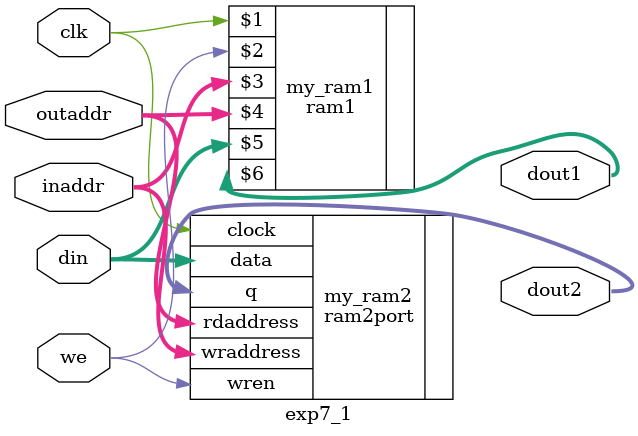
<source format=v>
module exp7_1(clk,we,inaddr,outaddr,din,dout1,dout2);
input clk;
input we;
input [3:0] inaddr;
input [3:0] outaddr;
input [7:0] din;
output [7:0] dout1;
output [7:0] dout2;
	ram1 my_ram1(clk,we,inaddr,outaddr,din,dout1);
	ram2port my_ram2 (.clock(clk),.data(din),.rdaddress(outaddr),.wraddress(inaddr),
	.wren(we),.q(dout2));
endmodule

</source>
